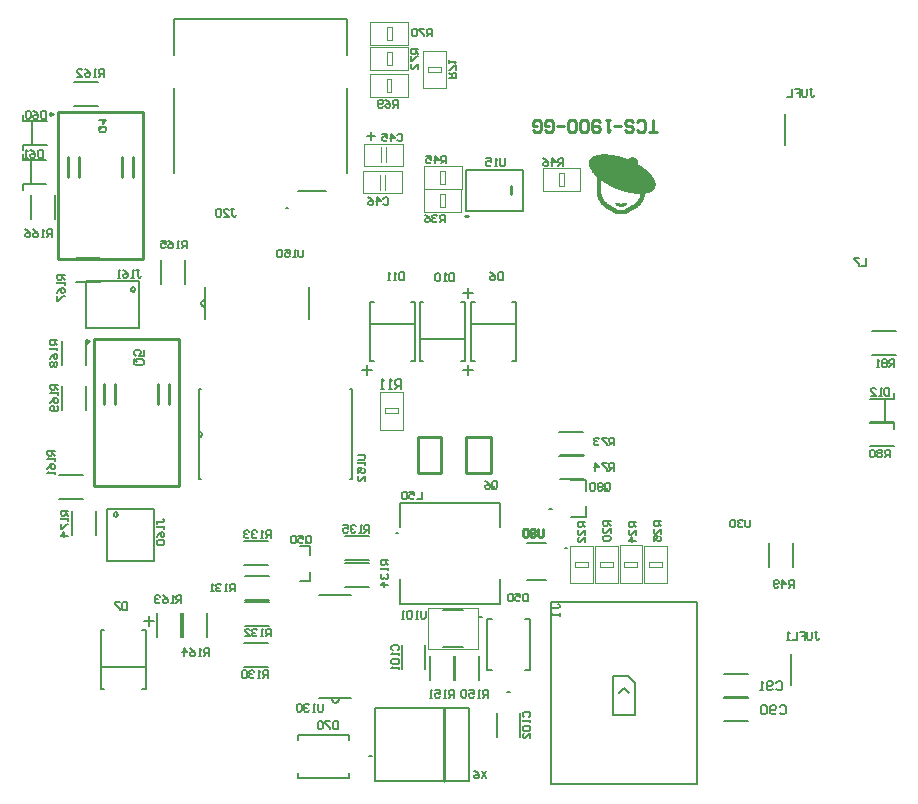
<source format=gbo>
G04 Layer_Color=32896*
%FSLAX25Y25*%
%MOIN*%
G70*
G01*
G75*
%ADD100C,0.00600*%
%ADD102C,0.00787*%
%ADD104C,0.00984*%
%ADD105C,0.01000*%
%ADD106C,0.00500*%
%ADD107C,0.00197*%
%ADD108C,0.00394*%
%ADD109C,0.00591*%
%ADD110C,0.00606*%
%ADD198C,0.00100*%
D100*
X155404Y301064D02*
X156253Y301415D01*
X156604Y302264D01*
X156253Y303112D01*
X155404Y303464D01*
X199686Y213898D02*
X200037Y213049D01*
X200886Y212698D01*
X201734Y213049D01*
X202086Y213898D01*
X157303Y347066D02*
X156455Y346715D01*
X156103Y345866D01*
X156455Y345018D01*
X157303Y344666D01*
X155404Y287264D02*
X156204D01*
X205804Y317264D02*
X206604D01*
Y287264D02*
Y317264D01*
X205804Y287264D02*
X206604D01*
X155404D02*
Y301064D01*
Y303464D01*
Y317264D01*
X156204D01*
X195586Y214198D02*
X199686D01*
X202086D01*
X206186D01*
X195586Y248598D02*
X206186D01*
X157603Y347066D02*
Y351166D01*
Y344666D02*
Y347066D01*
Y340566D02*
Y344666D01*
X192003Y340566D02*
Y351166D01*
X358964Y417263D02*
X359797D01*
X359380D01*
Y415180D01*
X359797Y414764D01*
X360213D01*
X360630Y415180D01*
X358131Y417263D02*
Y415180D01*
X357714Y414764D01*
X356881D01*
X356465Y415180D01*
Y417263D01*
X353965D02*
X355631D01*
Y416013D01*
X354799D01*
X355631D01*
Y414764D01*
X353132Y417263D02*
Y414764D01*
X351466D01*
X360637Y236259D02*
X361470D01*
X361053D01*
Y234176D01*
X361470Y233760D01*
X361887D01*
X362303Y234176D01*
X359804Y236259D02*
Y234176D01*
X359387Y233760D01*
X358554D01*
X358138Y234176D01*
Y236259D01*
X355639D02*
X357305D01*
Y235009D01*
X356472D01*
X357305D01*
Y233760D01*
X354806Y236259D02*
Y233760D01*
X353139D01*
X352306D02*
X351473D01*
X351890D01*
Y236259D01*
X352306Y235842D01*
X290854Y283881D02*
Y285547D01*
X291270Y285964D01*
X292103D01*
X292520Y285547D01*
Y283881D01*
X292103Y283465D01*
X291270D01*
X291687Y284298D02*
X290854Y283465D01*
X291270D02*
X290854Y283881D01*
X290020Y285547D02*
X289604Y285964D01*
X288771D01*
X288354Y285547D01*
Y285131D01*
X288771Y284714D01*
X288354Y284298D01*
Y283881D01*
X288771Y283465D01*
X289604D01*
X290020Y283881D01*
Y284298D01*
X289604Y284714D01*
X290020Y285131D01*
Y285547D01*
X289604Y284714D02*
X288771D01*
X287521Y285547D02*
X287105Y285964D01*
X286272D01*
X285855Y285547D01*
Y283881D01*
X286272Y283465D01*
X287105D01*
X287521Y283881D01*
Y285547D01*
X385531Y317657D02*
Y315158D01*
X384282D01*
X383865Y315574D01*
Y317240D01*
X384282Y317657D01*
X385531D01*
X383032Y315158D02*
X382199D01*
X382616D01*
Y317657D01*
X383032Y317240D01*
X379283Y315158D02*
X380950D01*
X379283Y316824D01*
Y317240D01*
X379700Y317657D01*
X380533D01*
X380950Y317240D01*
X134554Y356928D02*
X135387D01*
X134971D01*
Y354846D01*
X135387Y354429D01*
X135804D01*
X136221Y354846D01*
X133721Y354429D02*
X132888D01*
X133305D01*
Y356928D01*
X133721Y356512D01*
X129973Y356928D02*
X130806Y356512D01*
X131639Y355679D01*
Y354846D01*
X131222Y354429D01*
X130389D01*
X129973Y354846D01*
Y355262D01*
X130389Y355679D01*
X131639D01*
X129139Y354429D02*
X128306D01*
X128723D01*
Y356928D01*
X129139Y356512D01*
X141399Y272448D02*
Y273281D01*
Y272865D01*
X143481D01*
X143898Y273281D01*
Y273698D01*
X143481Y274114D01*
X143898Y271615D02*
Y270782D01*
Y271199D01*
X141399D01*
X141815Y271615D01*
X141399Y267866D02*
X141815Y268699D01*
X142648Y269532D01*
X143481D01*
X143898Y269116D01*
Y268283D01*
X143481Y267866D01*
X143065D01*
X142648Y268283D01*
Y269532D01*
X141815Y267033D02*
X141399Y266617D01*
Y265784D01*
X141815Y265367D01*
X143481D01*
X143898Y265784D01*
Y266617D01*
X143481Y267033D01*
X141815D01*
X240354Y214469D02*
Y216968D01*
X239105D01*
X238688Y216551D01*
Y215718D01*
X239105Y215302D01*
X240354D01*
X239521D02*
X238688Y214469D01*
X237855D02*
X237022D01*
X237439D01*
Y216968D01*
X237855Y216551D01*
X234106Y216968D02*
X235772D01*
Y215718D01*
X234939Y216135D01*
X234523D01*
X234106Y215718D01*
Y214885D01*
X234523Y214469D01*
X235356D01*
X235772Y214885D01*
X233273Y214469D02*
X232440D01*
X232857D01*
Y216968D01*
X233273Y216551D01*
X251673Y214469D02*
Y216968D01*
X250424D01*
X250007Y216551D01*
Y215718D01*
X250424Y215302D01*
X251673D01*
X250840D02*
X250007Y214469D01*
X249174D02*
X248341D01*
X248758D01*
Y216968D01*
X249174Y216551D01*
X245425Y216968D02*
X247091D01*
Y215718D01*
X246258Y216135D01*
X245842D01*
X245425Y215718D01*
Y214885D01*
X245842Y214469D01*
X246675D01*
X247091Y214885D01*
X244592Y216551D02*
X244176Y216968D01*
X243343D01*
X242926Y216551D01*
Y214885D01*
X243343Y214469D01*
X244176D01*
X244592Y214885D01*
Y216551D01*
X265059Y249153D02*
Y246654D01*
X263809D01*
X263393Y247070D01*
Y248736D01*
X263809Y249153D01*
X265059D01*
X260894D02*
X262560D01*
Y247903D01*
X261727Y248320D01*
X261310D01*
X260894Y247903D01*
Y247070D01*
X261310Y246654D01*
X262143D01*
X262560Y247070D01*
X260061Y248736D02*
X259644Y249153D01*
X258811D01*
X258395Y248736D01*
Y247070D01*
X258811Y246654D01*
X259644D01*
X260061Y247070D01*
Y248736D01*
X347802Y219455D02*
X348327Y219979D01*
X349377D01*
X349902Y219455D01*
Y217355D01*
X349377Y216831D01*
X348327D01*
X347802Y217355D01*
X346753D02*
X346228Y216831D01*
X345179D01*
X344654Y217355D01*
Y219455D01*
X345179Y219979D01*
X346228D01*
X346753Y219455D01*
Y218930D01*
X346228Y218405D01*
X344654D01*
X343604Y216831D02*
X342555D01*
X343080D01*
Y219979D01*
X343604Y219455D01*
X348984Y211482D02*
X349508Y212007D01*
X350558D01*
X351083Y211482D01*
Y209383D01*
X350558Y208858D01*
X349508D01*
X348984Y209383D01*
X347934D02*
X347409Y208858D01*
X346360D01*
X345835Y209383D01*
Y211482D01*
X346360Y212007D01*
X347409D01*
X347934Y211482D01*
Y210957D01*
X347409Y210433D01*
X345835D01*
X344785Y211482D02*
X344261Y212007D01*
X343211D01*
X342686Y211482D01*
Y209383D01*
X343211Y208858D01*
X344261D01*
X344785Y209383D01*
Y211482D01*
X251279Y189999D02*
X249613Y187500D01*
Y189999D02*
X251279Y187500D01*
X247114Y189999D02*
X247947Y189583D01*
X248780Y188750D01*
Y187917D01*
X248364Y187500D01*
X247531D01*
X247114Y187917D01*
Y188333D01*
X247531Y188750D01*
X248780D01*
X201673Y206535D02*
Y204035D01*
X200424D01*
X200007Y204452D01*
Y206118D01*
X200424Y206535D01*
X201673D01*
X199174D02*
X197508D01*
Y206118D01*
X199174Y204452D01*
Y204035D01*
X196675Y206118D02*
X196258Y206535D01*
X195425D01*
X195009Y206118D01*
Y204452D01*
X195425Y204035D01*
X196258D01*
X196675Y204452D01*
Y206118D01*
X191050Y266361D02*
Y268027D01*
X191467Y268444D01*
X192300D01*
X192717Y268027D01*
Y266361D01*
X192300Y265945D01*
X191467D01*
X191884Y266778D02*
X191050Y265945D01*
X191467D02*
X191050Y266361D01*
X188551Y268444D02*
X190217D01*
Y267195D01*
X189384Y267611D01*
X188968D01*
X188551Y267195D01*
Y266361D01*
X188968Y265945D01*
X189801D01*
X190217Y266361D01*
X187718Y268027D02*
X187302Y268444D01*
X186469D01*
X186052Y268027D01*
Y266361D01*
X186469Y265945D01*
X187302D01*
X187718Y266361D01*
Y268027D01*
X212205Y269488D02*
Y271987D01*
X210955D01*
X210539Y271571D01*
Y270738D01*
X210955Y270321D01*
X212205D01*
X211372D02*
X210539Y269488D01*
X209705D02*
X208873D01*
X209289D01*
Y271987D01*
X209705Y271571D01*
X207623D02*
X207206Y271987D01*
X206373D01*
X205957Y271571D01*
Y271154D01*
X206373Y270738D01*
X206790D01*
X206373D01*
X205957Y270321D01*
Y269905D01*
X206373Y269488D01*
X207206D01*
X207623Y269905D01*
X203457Y271987D02*
X205124D01*
Y270738D01*
X204291Y271154D01*
X203874D01*
X203457Y270738D01*
Y269905D01*
X203874Y269488D01*
X204707D01*
X205124Y269905D01*
X218504Y260236D02*
X216005D01*
Y258987D01*
X216421Y258570D01*
X217254D01*
X217671Y258987D01*
Y260236D01*
Y259403D02*
X218504Y258570D01*
Y257737D02*
Y256904D01*
Y257320D01*
X216005D01*
X216421Y257737D01*
Y255654D02*
X216005Y255238D01*
Y254405D01*
X216421Y253988D01*
X216838D01*
X217254Y254405D01*
Y254821D01*
Y254405D01*
X217671Y253988D01*
X218087D01*
X218504Y254405D01*
Y255238D01*
X218087Y255654D01*
X218504Y251906D02*
X216005D01*
X217254Y253155D01*
Y251489D01*
X179331Y267717D02*
Y270216D01*
X178081D01*
X177665Y269799D01*
Y268966D01*
X178081Y268550D01*
X179331D01*
X178498D02*
X177665Y267717D01*
X176831D02*
X175998D01*
X176415D01*
Y270216D01*
X176831Y269799D01*
X174749D02*
X174332Y270216D01*
X173499D01*
X173083Y269799D01*
Y269383D01*
X173499Y268966D01*
X173916D01*
X173499D01*
X173083Y268550D01*
Y268133D01*
X173499Y267717D01*
X174332D01*
X174749Y268133D01*
X172250Y269799D02*
X171833Y270216D01*
X171000D01*
X170583Y269799D01*
Y269383D01*
X171000Y268966D01*
X171417D01*
X171000D01*
X170583Y268550D01*
Y268133D01*
X171000Y267717D01*
X171833D01*
X172250Y268133D01*
X179429Y234842D02*
Y237342D01*
X178180D01*
X177763Y236925D01*
Y236092D01*
X178180Y235676D01*
X179429D01*
X178596D02*
X177763Y234842D01*
X176930D02*
X176097D01*
X176513D01*
Y237342D01*
X176930Y236925D01*
X174847D02*
X174431Y237342D01*
X173598D01*
X173181Y236925D01*
Y236509D01*
X173598Y236092D01*
X174014D01*
X173598D01*
X173181Y235676D01*
Y235259D01*
X173598Y234842D01*
X174431D01*
X174847Y235259D01*
X170682Y234842D02*
X172348D01*
X170682Y236509D01*
Y236925D01*
X171098Y237342D01*
X171932D01*
X172348Y236925D01*
X167421Y249902D02*
Y252401D01*
X166172D01*
X165755Y251984D01*
Y251151D01*
X166172Y250735D01*
X167421D01*
X166588D02*
X165755Y249902D01*
X164922D02*
X164089D01*
X164506D01*
Y252401D01*
X164922Y251984D01*
X162839D02*
X162423Y252401D01*
X161590D01*
X161173Y251984D01*
Y251568D01*
X161590Y251151D01*
X162006D01*
X161590D01*
X161173Y250735D01*
Y250318D01*
X161590Y249902D01*
X162423D01*
X162839Y250318D01*
X160340Y249902D02*
X159507D01*
X159924D01*
Y252401D01*
X160340Y251984D01*
X178445Y221063D02*
Y223562D01*
X177195D01*
X176779Y223146D01*
Y222313D01*
X177195Y221896D01*
X178445D01*
X177612D02*
X176779Y221063D01*
X175946D02*
X175113D01*
X175529D01*
Y223562D01*
X175946Y223146D01*
X173863D02*
X173447Y223562D01*
X172613D01*
X172197Y223146D01*
Y222729D01*
X172613Y222313D01*
X173030D01*
X172613D01*
X172197Y221896D01*
Y221480D01*
X172613Y221063D01*
X173447D01*
X173863Y221480D01*
X171364Y223146D02*
X170947Y223562D01*
X170114D01*
X169698Y223146D01*
Y221480D01*
X170114Y221063D01*
X170947D01*
X171364Y221480D01*
Y223146D01*
X166149Y377302D02*
X166982D01*
X166565D01*
Y375220D01*
X166982Y374803D01*
X167398D01*
X167815Y375220D01*
X163650Y374803D02*
X165316D01*
X163650Y376469D01*
Y376886D01*
X164066Y377302D01*
X164899D01*
X165316Y376886D01*
X162817D02*
X162400Y377302D01*
X161567D01*
X161151Y376886D01*
Y375220D01*
X161567Y374803D01*
X162400D01*
X162817Y375220D01*
Y376886D01*
X131496Y246200D02*
Y243701D01*
X130246D01*
X129830Y244117D01*
Y245783D01*
X130246Y246200D01*
X131496D01*
X128997D02*
X127331D01*
Y245783D01*
X128997Y244117D01*
Y243701D01*
X216936Y380823D02*
X217353Y381239D01*
X218186D01*
X218602Y380823D01*
Y379157D01*
X218186Y378740D01*
X217353D01*
X216936Y379157D01*
X214854Y378740D02*
Y381239D01*
X216103Y379990D01*
X214437D01*
X211938Y381239D02*
X212771Y380823D01*
X213604Y379990D01*
Y379157D01*
X213187Y378740D01*
X212354D01*
X211938Y379157D01*
Y379573D01*
X212354Y379990D01*
X213604D01*
X221562Y401984D02*
X221979Y402401D01*
X222812D01*
X223228Y401984D01*
Y400318D01*
X222812Y399902D01*
X221979D01*
X221562Y400318D01*
X219480Y399902D02*
Y402401D01*
X220729Y401151D01*
X219063D01*
X216564Y402401D02*
X218230D01*
Y401151D01*
X217397Y401568D01*
X216980D01*
X216564Y401151D01*
Y400318D01*
X216980Y399902D01*
X217813D01*
X218230Y400318D01*
X309547Y273228D02*
X307048D01*
Y271979D01*
X307465Y271562D01*
X308298D01*
X308714Y271979D01*
Y273228D01*
Y272395D02*
X309547Y271562D01*
Y269063D02*
Y270729D01*
X307881Y269063D01*
X307465D01*
X307048Y269480D01*
Y270313D01*
X307465Y270729D01*
X307048Y266564D02*
Y268230D01*
X308298D01*
X307881Y267397D01*
Y266980D01*
X308298Y266564D01*
X309131D01*
X309547Y266980D01*
Y267813D01*
X309131Y268230D01*
X284154Y272835D02*
X281654D01*
Y271585D01*
X282071Y271168D01*
X282904D01*
X283320Y271585D01*
Y272835D01*
Y272002D02*
X284154Y271168D01*
Y268669D02*
Y270336D01*
X282487Y268669D01*
X282071D01*
X281654Y269086D01*
Y269919D01*
X282071Y270336D01*
X284154Y266170D02*
Y267836D01*
X282487Y266170D01*
X282071D01*
X281654Y266587D01*
Y267420D01*
X282071Y267836D01*
X301181Y272835D02*
X298682D01*
Y271585D01*
X299098Y271168D01*
X299932D01*
X300348Y271585D01*
Y272835D01*
Y272002D02*
X301181Y271168D01*
Y268669D02*
Y270336D01*
X299515Y268669D01*
X299098D01*
X298682Y269086D01*
Y269919D01*
X299098Y270336D01*
X301181Y266587D02*
X298682D01*
X299932Y267836D01*
Y266170D01*
X292618Y273425D02*
X290119D01*
Y272176D01*
X290535Y271759D01*
X291369D01*
X291785Y272176D01*
Y273425D01*
Y272592D02*
X292618Y271759D01*
Y269260D02*
Y270926D01*
X290952Y269260D01*
X290535D01*
X290119Y269676D01*
Y270510D01*
X290535Y270926D01*
Y268427D02*
X290119Y268010D01*
Y267177D01*
X290535Y266761D01*
X292202D01*
X292618Y267177D01*
Y268010D01*
X292202Y268427D01*
X290535D01*
X237303Y372933D02*
Y375432D01*
X236053D01*
X235637Y375016D01*
Y374183D01*
X236053Y373766D01*
X237303D01*
X236470D02*
X235637Y372933D01*
X234804Y375016D02*
X234387Y375432D01*
X233554D01*
X233138Y375016D01*
Y374599D01*
X233554Y374183D01*
X233971D01*
X233554D01*
X233138Y373766D01*
Y373350D01*
X233554Y372933D01*
X234387D01*
X234804Y373350D01*
X230639Y375432D02*
X231472Y375016D01*
X232305Y374183D01*
Y373350D01*
X231888Y372933D01*
X231055D01*
X230639Y373350D01*
Y373766D01*
X231055Y374183D01*
X232305D01*
X237795Y392520D02*
Y395019D01*
X236546D01*
X236129Y394602D01*
Y393769D01*
X236546Y393353D01*
X237795D01*
X236962D02*
X236129Y392520D01*
X234047D02*
Y395019D01*
X235296Y393769D01*
X233630D01*
X231131Y395019D02*
X232797D01*
Y393769D01*
X231964Y394186D01*
X231547D01*
X231131Y393769D01*
Y392936D01*
X231547Y392520D01*
X232380D01*
X232797Y392936D01*
X122464Y404816D02*
X124130D01*
X124546Y404399D01*
Y403566D01*
X124130Y403150D01*
X122464D01*
X122047Y403566D01*
Y404399D01*
X122880Y403983D02*
X122047Y404816D01*
Y404399D02*
X122464Y404816D01*
X122047Y406898D02*
X124546D01*
X123297Y405649D01*
Y407315D01*
X257382Y394232D02*
Y392149D01*
X256965Y391732D01*
X256132D01*
X255716Y392149D01*
Y394232D01*
X254883Y391732D02*
X254050D01*
X254466D01*
Y394232D01*
X254883Y393815D01*
X251134Y394232D02*
X252800D01*
Y392982D01*
X251967Y393398D01*
X251550D01*
X251134Y392982D01*
Y392149D01*
X251550Y391732D01*
X252383D01*
X252800Y392149D01*
X256693Y356239D02*
Y353740D01*
X255443D01*
X255027Y354157D01*
Y355823D01*
X255443Y356239D01*
X256693D01*
X252528D02*
X253361Y355823D01*
X254194Y354990D01*
Y354157D01*
X253777Y353740D01*
X252944D01*
X252528Y354157D01*
Y354573D01*
X252944Y354990D01*
X254194D01*
X253255Y284570D02*
Y286236D01*
X253672Y286653D01*
X254505D01*
X254921Y286236D01*
Y284570D01*
X254505Y284154D01*
X253672D01*
X254088Y284987D02*
X253255Y284154D01*
X253672D02*
X253255Y284570D01*
X250756Y286653D02*
X251589Y286236D01*
X252422Y285403D01*
Y284570D01*
X252006Y284154D01*
X251172D01*
X250756Y284570D01*
Y284987D01*
X251172Y285403D01*
X252422D01*
X240453Y355846D02*
Y353346D01*
X239203D01*
X238787Y353763D01*
Y355429D01*
X239203Y355846D01*
X240453D01*
X237954Y353346D02*
X237121D01*
X237537D01*
Y355846D01*
X237954Y355429D01*
X235871D02*
X235454Y355846D01*
X234621D01*
X234205Y355429D01*
Y353763D01*
X234621Y353346D01*
X235454D01*
X235871Y353763D01*
Y355429D01*
X223721Y356239D02*
Y353740D01*
X222471D01*
X222054Y354157D01*
Y355823D01*
X222471Y356239D01*
X223721D01*
X221221Y353740D02*
X220388D01*
X220805D01*
Y356239D01*
X221221Y355823D01*
X219139Y353740D02*
X218306D01*
X218722D01*
Y356239D01*
X219139Y355823D01*
X219965Y230224D02*
X219548Y230640D01*
Y231473D01*
X219965Y231890D01*
X221631D01*
X222047Y231473D01*
Y230640D01*
X221631Y230224D01*
X222047Y229391D02*
Y228557D01*
Y228974D01*
X219548D01*
X219965Y229391D01*
Y227308D02*
X219548Y226891D01*
Y226058D01*
X219965Y225642D01*
X221631D01*
X222047Y226058D01*
Y226891D01*
X221631Y227308D01*
X219965D01*
X222047Y224809D02*
Y223976D01*
Y224392D01*
X219548D01*
X219965Y224809D01*
X263862Y207979D02*
X263446Y208396D01*
Y209229D01*
X263862Y209646D01*
X265528D01*
X265945Y209229D01*
Y208396D01*
X265528Y207979D01*
X265945Y207147D02*
Y206313D01*
Y206730D01*
X263446D01*
X263862Y207147D01*
Y205064D02*
X263446Y204647D01*
Y203814D01*
X263862Y203398D01*
X265528D01*
X265945Y203814D01*
Y204647D01*
X265528Y205064D01*
X263862D01*
X265945Y200899D02*
Y202565D01*
X264279Y200899D01*
X263862D01*
X263446Y201315D01*
Y202148D01*
X263862Y202565D01*
X104331Y409979D02*
Y407480D01*
X103081D01*
X102665Y407897D01*
Y409563D01*
X103081Y409979D01*
X104331D01*
X100165D02*
X100998Y409563D01*
X101831Y408730D01*
Y407897D01*
X101415Y407480D01*
X100582D01*
X100165Y407897D01*
Y408313D01*
X100582Y408730D01*
X101831D01*
X99332Y409563D02*
X98916Y409979D01*
X98083D01*
X97666Y409563D01*
Y407897D01*
X98083Y407480D01*
X98916D01*
X99332Y407897D01*
Y409563D01*
X103347Y396987D02*
Y394488D01*
X102097D01*
X101680Y394905D01*
Y396571D01*
X102097Y396987D01*
X103347D01*
X99181D02*
X100014Y396571D01*
X100847Y395738D01*
Y394905D01*
X100431Y394488D01*
X99598D01*
X99181Y394905D01*
Y395321D01*
X99598Y395738D01*
X100847D01*
X98348Y394488D02*
X97515D01*
X97932D01*
Y396987D01*
X98348Y396571D01*
X229724Y283109D02*
Y280610D01*
X228058D01*
X225559Y283109D02*
X227225D01*
Y281860D01*
X226392Y282276D01*
X225976D01*
X225559Y281860D01*
Y281027D01*
X225976Y280610D01*
X226809D01*
X227225Y281027D01*
X224726Y282693D02*
X224309Y283109D01*
X223476D01*
X223060Y282693D01*
Y281027D01*
X223476Y280610D01*
X224309D01*
X224726Y281027D01*
Y282693D01*
X339272Y273759D02*
Y271676D01*
X338855Y271260D01*
X338022D01*
X337606Y271676D01*
Y273759D01*
X336772Y273342D02*
X336356Y273759D01*
X335523D01*
X335106Y273342D01*
Y272926D01*
X335523Y272509D01*
X335939D01*
X335523D01*
X335106Y272093D01*
Y271676D01*
X335523Y271260D01*
X336356D01*
X336772Y271676D01*
X334273Y273342D02*
X333857Y273759D01*
X333024D01*
X332607Y273342D01*
Y271676D01*
X333024Y271260D01*
X333857D01*
X334273Y271676D01*
Y273342D01*
X231004Y243247D02*
Y241165D01*
X230587Y240748D01*
X229754D01*
X229338Y241165D01*
Y243247D01*
X228505Y240748D02*
X227672D01*
X228088D01*
Y243247D01*
X228505Y242831D01*
X226422D02*
X226006Y243247D01*
X225172D01*
X224756Y242831D01*
Y241165D01*
X225172Y240748D01*
X226006D01*
X226422Y241165D01*
Y242831D01*
X223923Y240748D02*
X223090D01*
X223506D01*
Y243247D01*
X223923Y242831D01*
X196752Y212243D02*
Y210161D01*
X196335Y209744D01*
X195502D01*
X195086Y210161D01*
Y212243D01*
X194253Y209744D02*
X193420D01*
X193836D01*
Y212243D01*
X194253Y211827D01*
X192170D02*
X191754Y212243D01*
X190920D01*
X190504Y211827D01*
Y211410D01*
X190920Y210994D01*
X191337D01*
X190920D01*
X190504Y210577D01*
Y210161D01*
X190920Y209744D01*
X191754D01*
X192170Y210161D01*
X189671Y211827D02*
X189254Y212243D01*
X188421D01*
X188005Y211827D01*
Y210161D01*
X188421Y209744D01*
X189254D01*
X189671Y210161D01*
Y211827D01*
X190256Y363720D02*
Y361637D01*
X189839Y361221D01*
X189006D01*
X188590Y361637D01*
Y363720D01*
X187757Y361221D02*
X186924D01*
X187340D01*
Y363720D01*
X187757Y363303D01*
X184008Y363720D02*
X185674D01*
Y362470D01*
X184841Y362887D01*
X184424D01*
X184008Y362470D01*
Y361637D01*
X184424Y361221D01*
X185257D01*
X185674Y361637D01*
X183175Y363303D02*
X182758Y363720D01*
X181925D01*
X181509Y363303D01*
Y361637D01*
X181925Y361221D01*
X182758D01*
X183175Y361637D01*
Y363303D01*
X208426Y295472D02*
X210509D01*
X210925Y295056D01*
Y294223D01*
X210509Y293806D01*
X208426D01*
X210925Y292973D02*
Y292140D01*
Y292557D01*
X208426D01*
X208842Y292973D01*
X208426Y289225D02*
Y290891D01*
X209676D01*
X209259Y290057D01*
Y289641D01*
X209676Y289225D01*
X210509D01*
X210925Y289641D01*
Y290474D01*
X210509Y290891D01*
X210925Y286725D02*
Y288391D01*
X209259Y286725D01*
X208842D01*
X208426Y287142D01*
Y287975D01*
X208842Y288391D01*
X377854Y360964D02*
Y358465D01*
X376188D01*
X375355Y360964D02*
X373689D01*
Y360547D01*
X375355Y358881D01*
Y358465D01*
X353642Y251083D02*
Y253582D01*
X352392D01*
X351976Y253165D01*
Y252332D01*
X352392Y251916D01*
X353642D01*
X352809D02*
X351976Y251083D01*
X349893D02*
Y253582D01*
X351143Y252332D01*
X349476D01*
X348643Y251499D02*
X348227Y251083D01*
X347394D01*
X346977Y251499D01*
Y253165D01*
X347394Y253582D01*
X348227D01*
X348643Y253165D01*
Y252749D01*
X348227Y252332D01*
X346977D01*
X293799Y298622D02*
Y301121D01*
X292550D01*
X292133Y300705D01*
Y299872D01*
X292550Y299455D01*
X293799D01*
X292966D02*
X292133Y298622D01*
X291300Y301121D02*
X289634D01*
Y300705D01*
X291300Y299039D01*
Y298622D01*
X288801Y300705D02*
X288384Y301121D01*
X287551D01*
X287135Y300705D01*
Y300288D01*
X287551Y299872D01*
X287968D01*
X287551D01*
X287135Y299455D01*
Y299039D01*
X287551Y298622D01*
X288384D01*
X288801Y299039D01*
X293799Y290158D02*
Y292657D01*
X292550D01*
X292133Y292240D01*
Y291407D01*
X292550Y290990D01*
X293799D01*
X292966D02*
X292133Y290158D01*
X291300Y292657D02*
X289634D01*
Y292240D01*
X291300Y290574D01*
Y290158D01*
X287551D02*
Y292657D01*
X288801Y291407D01*
X287135D01*
X385630Y294587D02*
Y297086D01*
X384380D01*
X383964Y296669D01*
Y295836D01*
X384380Y295420D01*
X385630D01*
X384797D02*
X383964Y294587D01*
X383131Y296669D02*
X382714Y297086D01*
X381881D01*
X381465Y296669D01*
Y296253D01*
X381881Y295836D01*
X381465Y295420D01*
Y295003D01*
X381881Y294587D01*
X382714D01*
X383131Y295003D01*
Y295420D01*
X382714Y295836D01*
X383131Y296253D01*
Y296669D01*
X382714Y295836D02*
X381881D01*
X380631Y296669D02*
X380215Y297086D01*
X379382D01*
X378965Y296669D01*
Y295003D01*
X379382Y294587D01*
X380215D01*
X380631Y295003D01*
Y296669D01*
X387205Y324705D02*
Y327204D01*
X385955D01*
X385539Y326787D01*
Y325954D01*
X385955Y325538D01*
X387205D01*
X386372D02*
X385539Y324705D01*
X384705Y326787D02*
X384289Y327204D01*
X383456D01*
X383039Y326787D01*
Y326371D01*
X383456Y325954D01*
X383039Y325538D01*
Y325121D01*
X383456Y324705D01*
X384289D01*
X384705Y325121D01*
Y325538D01*
X384289Y325954D01*
X384705Y326371D01*
Y326787D01*
X384289Y325954D02*
X383456D01*
X382206Y324705D02*
X381373D01*
X381790D01*
Y327204D01*
X382206Y326787D01*
X107382Y296752D02*
X104883D01*
Y295502D01*
X105299Y295086D01*
X106132D01*
X106549Y295502D01*
Y296752D01*
Y295919D02*
X107382Y295086D01*
Y294253D02*
Y293420D01*
Y293836D01*
X104883D01*
X105299Y294253D01*
X104883Y290504D02*
X105299Y291337D01*
X106132Y292170D01*
X106965D01*
X107382Y291754D01*
Y290920D01*
X106965Y290504D01*
X106549D01*
X106132Y290920D01*
Y292170D01*
X107382Y289671D02*
Y288838D01*
Y289254D01*
X104883D01*
X105299Y289671D01*
X123622Y421457D02*
Y423956D01*
X122372D01*
X121956Y423539D01*
Y422706D01*
X122372Y422290D01*
X123622D01*
X122789D02*
X121956Y421457D01*
X121123D02*
X120290D01*
X120706D01*
Y423956D01*
X121123Y423539D01*
X117374Y423956D02*
X118207Y423539D01*
X119040Y422706D01*
Y421873D01*
X118624Y421457D01*
X117791D01*
X117374Y421873D01*
Y422290D01*
X117791Y422706D01*
X119040D01*
X114875Y421457D02*
X116541D01*
X114875Y423123D01*
Y423539D01*
X115291Y423956D01*
X116124D01*
X116541Y423539D01*
X149606Y246063D02*
Y248562D01*
X148357D01*
X147940Y248146D01*
Y247313D01*
X148357Y246896D01*
X149606D01*
X148773D02*
X147940Y246063D01*
X147107D02*
X146274D01*
X146691D01*
Y248562D01*
X147107Y248146D01*
X143358Y248562D02*
X144191Y248146D01*
X145025Y247313D01*
Y246480D01*
X144608Y246063D01*
X143775D01*
X143358Y246480D01*
Y246896D01*
X143775Y247313D01*
X145025D01*
X142525Y248146D02*
X142109Y248562D01*
X141276D01*
X140859Y248146D01*
Y247729D01*
X141276Y247313D01*
X141692D01*
X141276D01*
X140859Y246896D01*
Y246480D01*
X141276Y246063D01*
X142109D01*
X142525Y246480D01*
X158661Y228346D02*
Y230846D01*
X157412D01*
X156995Y230429D01*
Y229596D01*
X157412Y229180D01*
X158661D01*
X157828D02*
X156995Y228346D01*
X156162D02*
X155329D01*
X155746D01*
Y230846D01*
X156162Y230429D01*
X152413Y230846D02*
X153246Y230429D01*
X154080Y229596D01*
Y228763D01*
X153663Y228346D01*
X152830D01*
X152413Y228763D01*
Y229180D01*
X152830Y229596D01*
X154080D01*
X150331Y228346D02*
Y230846D01*
X151580Y229596D01*
X149914D01*
X151378Y364272D02*
Y366771D01*
X150128D01*
X149712Y366354D01*
Y365521D01*
X150128Y365105D01*
X151378D01*
X150545D02*
X149712Y364272D01*
X148879D02*
X148046D01*
X148462D01*
Y366771D01*
X148879Y366354D01*
X145130Y366771D02*
X145963Y366354D01*
X146796Y365521D01*
Y364688D01*
X146380Y364272D01*
X145546D01*
X145130Y364688D01*
Y365105D01*
X145546Y365521D01*
X146796D01*
X142631Y366771D02*
X144297D01*
Y365521D01*
X143464Y365938D01*
X143047D01*
X142631Y365521D01*
Y364688D01*
X143047Y364272D01*
X143880D01*
X144297Y364688D01*
X106299Y368012D02*
Y370511D01*
X105050D01*
X104633Y370094D01*
Y369261D01*
X105050Y368845D01*
X106299D01*
X105466D02*
X104633Y368012D01*
X103800D02*
X102967D01*
X103384D01*
Y370511D01*
X103800Y370094D01*
X100051Y370511D02*
X100884Y370094D01*
X101717Y369261D01*
Y368428D01*
X101301Y368012D01*
X100468D01*
X100051Y368428D01*
Y368845D01*
X100468Y369261D01*
X101717D01*
X97552Y370511D02*
X98385Y370094D01*
X99218Y369261D01*
Y368428D01*
X98802Y368012D01*
X97969D01*
X97552Y368428D01*
Y368845D01*
X97969Y369261D01*
X99218D01*
X110630Y355413D02*
X108131D01*
Y354164D01*
X108547Y353747D01*
X109380D01*
X109797Y354164D01*
Y355413D01*
Y354580D02*
X110630Y353747D01*
Y352914D02*
Y352081D01*
Y352498D01*
X108131D01*
X108547Y352914D01*
X108131Y349165D02*
X108547Y349998D01*
X109380Y350832D01*
X110213D01*
X110630Y350415D01*
Y349582D01*
X110213Y349165D01*
X109797D01*
X109380Y349582D01*
Y350832D01*
X108131Y348332D02*
Y346666D01*
X108547D01*
X110213Y348332D01*
X110630D01*
X108268Y333563D02*
X105769D01*
Y332313D01*
X106185Y331897D01*
X107018D01*
X107435Y332313D01*
Y333563D01*
Y332730D02*
X108268Y331897D01*
Y331064D02*
Y330231D01*
Y330647D01*
X105769D01*
X106185Y331064D01*
X105769Y327315D02*
X106185Y328148D01*
X107018Y328981D01*
X107851D01*
X108268Y328565D01*
Y327731D01*
X107851Y327315D01*
X107435D01*
X107018Y327731D01*
Y328981D01*
X106185Y326482D02*
X105769Y326065D01*
Y325232D01*
X106185Y324816D01*
X106602D01*
X107018Y325232D01*
X107435Y324816D01*
X107851D01*
X108268Y325232D01*
Y326065D01*
X107851Y326482D01*
X107435D01*
X107018Y326065D01*
X106602Y326482D01*
X106185D01*
X107018Y326065D02*
Y325232D01*
X108366Y318799D02*
X105867D01*
Y317550D01*
X106283Y317133D01*
X107116D01*
X107533Y317550D01*
Y318799D01*
Y317966D02*
X108366Y317133D01*
Y316300D02*
Y315467D01*
Y315883D01*
X105867D01*
X106283Y316300D01*
X105867Y312551D02*
X106283Y313384D01*
X107116Y314217D01*
X107950D01*
X108366Y313801D01*
Y312968D01*
X107950Y312551D01*
X107533D01*
X107116Y312968D01*
Y314217D01*
X107950Y311718D02*
X108366Y311302D01*
Y310469D01*
X107950Y310052D01*
X106283D01*
X105867Y310469D01*
Y311302D01*
X106283Y311718D01*
X106700D01*
X107116Y311302D01*
Y310052D01*
X111811Y276772D02*
X109312D01*
Y275522D01*
X109728Y275106D01*
X110561D01*
X110978Y275522D01*
Y276772D01*
Y275939D02*
X111811Y275106D01*
Y274272D02*
Y273439D01*
Y273856D01*
X109312D01*
X109728Y274272D01*
X109312Y272190D02*
Y270524D01*
X109728D01*
X111395Y272190D01*
X111811D01*
Y268441D02*
X109312D01*
X110561Y269691D01*
Y268024D01*
X276870Y391732D02*
Y394232D01*
X275621D01*
X275204Y393815D01*
Y392982D01*
X275621Y392565D01*
X276870D01*
X276037D02*
X275204Y391732D01*
X273121D02*
Y394232D01*
X274371Y392982D01*
X272705D01*
X270206Y394232D02*
X271039Y393815D01*
X271872Y392982D01*
Y392149D01*
X271455Y391732D01*
X270622D01*
X270206Y392149D01*
Y392565D01*
X270622Y392982D01*
X271872D01*
X221738Y411152D02*
Y413651D01*
X220488D01*
X220072Y413235D01*
Y412402D01*
X220488Y411985D01*
X221738D01*
X220905D02*
X220072Y411152D01*
X217572Y413651D02*
X218406Y413235D01*
X219239Y412402D01*
Y411568D01*
X218822Y411152D01*
X217989D01*
X217572Y411568D01*
Y411985D01*
X217989Y412402D01*
X219239D01*
X216739Y411568D02*
X216323Y411152D01*
X215490D01*
X215073Y411568D01*
Y413235D01*
X215490Y413651D01*
X216323D01*
X216739Y413235D01*
Y412818D01*
X216323Y412402D01*
X215073D01*
X233057Y434872D02*
Y437372D01*
X231807D01*
X231391Y436955D01*
Y436122D01*
X231807Y435706D01*
X233057D01*
X232224D02*
X231391Y434872D01*
X230557Y437372D02*
X228891D01*
Y436955D01*
X230557Y435289D01*
Y434872D01*
X228058Y436955D02*
X227642Y437372D01*
X226809D01*
X226392Y436955D01*
Y435289D01*
X226809Y434872D01*
X227642D01*
X228058Y435289D01*
Y436955D01*
X238779Y421063D02*
X241279D01*
Y422313D01*
X240862Y422729D01*
X240029D01*
X239613Y422313D01*
Y421063D01*
Y421896D02*
X238779Y422729D01*
X241279Y423562D02*
Y425228D01*
X240862D01*
X239196Y423562D01*
X238779D01*
Y426061D02*
Y426894D01*
Y426478D01*
X241279D01*
X240862Y426061D01*
X228612Y430694D02*
X226113D01*
Y429445D01*
X226529Y429028D01*
X227362D01*
X227779Y429445D01*
Y430694D01*
Y429861D02*
X228612Y429028D01*
X226113Y428195D02*
Y426529D01*
X226529D01*
X228195Y428195D01*
X228612D01*
Y424030D02*
Y425696D01*
X226946Y424030D01*
X226529D01*
X226113Y424446D01*
Y425280D01*
X226529Y425696D01*
D102*
X259055Y216437D02*
X258268D01*
X259055D01*
X249626Y241339D02*
X248839D01*
X249626D01*
X221850Y269390D02*
X221063D01*
X221850D01*
X272992Y277165D02*
X272205D01*
X272992D01*
X212992Y194882D02*
X212205D01*
X212992D01*
X185236Y377559D02*
X184449D01*
X185236D01*
X278248Y264272D02*
X277461D01*
X278248D01*
X246161Y339075D02*
X261122D01*
X246161Y346358D02*
X247342D01*
X259941D02*
X261122D01*
X259941Y326673D02*
X261122D01*
X246161D02*
X247342D01*
X246161D02*
Y346358D01*
X261122Y326673D02*
Y346358D01*
X229035Y333957D02*
X243996D01*
X242815Y326673D02*
X243996D01*
X229035D02*
X230217D01*
X229035Y346358D02*
X230217D01*
X242815D02*
X243996D01*
Y326673D02*
Y346358D01*
X229035Y326673D02*
Y346358D01*
X212500Y339075D02*
X227461D01*
X212500Y346358D02*
X213681D01*
X226279D02*
X227461D01*
X226279Y326673D02*
X227461D01*
X212500D02*
X213681D01*
X212500D02*
Y346358D01*
X227461Y326673D02*
Y346358D01*
X122736Y224508D02*
X137697D01*
X136516Y217224D02*
X137697D01*
X122736D02*
X123917D01*
X122736Y236910D02*
X123917D01*
X136516D02*
X137697D01*
Y217224D02*
Y236910D01*
X122736Y217224D02*
Y236910D01*
X245571Y186614D02*
Y211024D01*
X214173D02*
X245571D01*
X214173Y186614D02*
X245571D01*
X214173D02*
Y211024D01*
X212865Y400254D02*
Y402953D01*
X211516Y401603D02*
X214215D01*
X243378Y323608D02*
X246752D01*
X245065Y325295D02*
Y321921D01*
X246779Y349423D02*
X243406D01*
X245093Y347736D02*
Y351110D01*
X209717Y323608D02*
X213091D01*
X211404Y325295D02*
Y321921D01*
X140480Y239974D02*
X137106D01*
X138793Y238287D02*
Y241661D01*
D104*
X244980Y375098D02*
X244193D01*
X244980D01*
D105*
X118640Y333268D02*
X117845Y333727D01*
Y332809D01*
X118640Y333268D01*
X106632Y408957D02*
X105837Y409416D01*
Y408498D01*
X106632Y408957D01*
X148721Y285039D02*
Y333858D01*
X120374Y285039D02*
X148425D01*
X120374Y333858D02*
X148721D01*
X120374Y285138D02*
Y333858D01*
X123721Y312205D02*
Y318898D01*
X127362Y312205D02*
Y318898D01*
X145374Y312205D02*
Y318898D01*
X141732Y312205D02*
Y318898D01*
X136713Y360728D02*
Y409547D01*
X108366Y360728D02*
X136417D01*
X108366Y409547D02*
X136713D01*
X108366Y360827D02*
Y409547D01*
X111713Y387894D02*
Y394587D01*
X115354Y387894D02*
Y394587D01*
X133366Y387894D02*
Y394587D01*
X129724Y387894D02*
Y394587D01*
X259547Y382283D02*
Y384842D01*
X228346Y289370D02*
Y301476D01*
X236221D01*
Y289370D02*
Y301476D01*
X244291Y289370D02*
X252658D01*
X244291Y301476D02*
X252756D01*
X244291Y289370D02*
Y301476D01*
X252756Y289370D02*
Y301476D01*
X228346Y289370D02*
X236221D01*
X237008Y186713D02*
Y210925D01*
X270079Y270609D02*
Y268527D01*
X269662Y268110D01*
X268829D01*
X268413Y268527D01*
Y270609D01*
X267580Y270193D02*
X267163Y270609D01*
X266330D01*
X265913Y270193D01*
Y269776D01*
X266330Y269360D01*
X265913Y268943D01*
Y268527D01*
X266330Y268110D01*
X267163D01*
X267580Y268527D01*
Y268943D01*
X267163Y269360D01*
X267580Y269776D01*
Y270193D01*
X267163Y269360D02*
X266330D01*
X265080Y270193D02*
X264664Y270609D01*
X263831D01*
X263414Y270193D01*
Y268527D01*
X263831Y268110D01*
X264664D01*
X265080Y268527D01*
Y270193D01*
X308071Y403052D02*
X305447D01*
X306759D01*
Y406988D01*
X301511Y403708D02*
X302167Y403052D01*
X303479D01*
X304135Y403708D01*
Y406332D01*
X303479Y406988D01*
X302167D01*
X301511Y406332D01*
X297576Y403708D02*
X298232Y403052D01*
X299543D01*
X300199Y403708D01*
Y404364D01*
X299543Y405020D01*
X298232D01*
X297576Y405676D01*
Y406332D01*
X298232Y406988D01*
X299543D01*
X300199Y406332D01*
X296264Y405020D02*
X293640D01*
X292328Y406988D02*
X291016D01*
X291672D01*
Y403052D01*
X292328Y403708D01*
X289048Y406332D02*
X288392Y406988D01*
X287080D01*
X286424Y406332D01*
Y403708D01*
X287080Y403052D01*
X288392D01*
X289048Y403708D01*
Y404364D01*
X288392Y405020D01*
X286424D01*
X285112Y403708D02*
X284456Y403052D01*
X283144D01*
X282489Y403708D01*
Y406332D01*
X283144Y406988D01*
X284456D01*
X285112Y406332D01*
Y403708D01*
X281177D02*
X280521Y403052D01*
X279209D01*
X278553Y403708D01*
Y406332D01*
X279209Y406988D01*
X280521D01*
X281177Y406332D01*
Y403708D01*
X277241Y405020D02*
X274617D01*
X270681Y403708D02*
X271337Y403052D01*
X272649D01*
X273305Y403708D01*
Y406332D01*
X272649Y406988D01*
X271337D01*
X270681Y406332D01*
Y405020D01*
X271993D01*
X266746Y403708D02*
X267402Y403052D01*
X268713D01*
X269369Y403708D01*
Y406332D01*
X268713Y406988D01*
X267402D01*
X266746Y406332D01*
Y405020D01*
X268057D01*
D106*
X134178Y350492D02*
X133617Y351264D01*
X132710Y350969D01*
Y350015D01*
X133617Y349720D01*
X134178Y350492D01*
X128469Y275394D02*
X127908Y276166D01*
X127001Y275871D01*
Y274917D01*
X127908Y274622D01*
X128469Y275394D01*
X352854Y218799D02*
Y229035D01*
X379661Y328677D02*
X387661D01*
X379661Y336677D02*
X387661D01*
X378972Y298165D02*
X386972D01*
X378972Y306165D02*
X386972D01*
X384154Y306004D02*
Y313878D01*
X379232D02*
X387106D01*
X379232Y306004D02*
X387106D01*
Y304035D02*
Y306004D01*
Y313878D02*
Y315846D01*
X275626Y295339D02*
X283626D01*
X275626Y287339D02*
X283626D01*
X275528Y303016D02*
X283528D01*
X275528Y295016D02*
X283528D01*
X345508Y258106D02*
Y266106D01*
X353508Y258106D02*
Y266106D01*
X96752Y396850D02*
Y398819D01*
Y406693D02*
Y408661D01*
Y406693D02*
X104626D01*
X96752Y398819D02*
X104626D01*
X99705D02*
Y406693D01*
X121126Y268638D02*
Y276638D01*
X113126Y268638D02*
Y276638D01*
X117780Y325331D02*
Y333331D01*
X109780Y325331D02*
Y333331D01*
Y310370D02*
Y318370D01*
X117780Y310370D02*
Y318370D01*
X108894Y280547D02*
X116894D01*
X108894Y288547D02*
X116894D01*
X150232Y234583D02*
Y242583D01*
X158232Y234583D02*
Y242583D01*
X113716Y419650D02*
X121716D01*
X113716Y411650D02*
X121716D01*
X141571Y234583D02*
Y242583D01*
X149571Y234583D02*
Y242583D01*
X99543Y373953D02*
Y381953D01*
X107543Y373953D02*
Y381953D01*
X96653Y383760D02*
Y385728D01*
Y393602D02*
Y395571D01*
Y393602D02*
X104528D01*
X96653Y385728D02*
X104528D01*
X99606D02*
Y393602D01*
X114602Y360988D02*
X122602D01*
X114602Y352988D02*
X122602D01*
X150850Y352299D02*
Y360299D01*
X142850Y352299D02*
Y360299D01*
X117815Y353248D02*
X135335D01*
Y337697D02*
Y353248D01*
X117815Y337697D02*
X135335D01*
X117815D02*
Y353248D01*
X124902Y259842D02*
Y277362D01*
X140453D01*
Y259842D02*
Y277362D01*
X124902Y259842D02*
X140453D01*
X264094Y223671D02*
X265797D01*
X251526D02*
X253228D01*
X264094Y240699D02*
X265797D01*
X251526D02*
X253228D01*
X251526Y223671D02*
Y240699D01*
X265797Y223671D02*
Y240699D01*
X223218Y223854D02*
Y231854D01*
X230718Y223854D02*
Y231854D01*
X236811Y231437D02*
X243504D01*
X236811Y243760D02*
X243504D01*
X222441Y245768D02*
Y254035D01*
Y245768D02*
X255906D01*
Y254035D01*
X222441Y271358D02*
Y279232D01*
X255906D01*
Y271358D02*
Y279232D01*
X189059Y253403D02*
X192559D01*
Y256403D01*
Y261904D02*
Y264903D01*
X189059D02*
X192559D01*
X170409Y266697D02*
X178409D01*
X170409Y258697D02*
X178409D01*
X203972Y268370D02*
X211972D01*
X203972Y260370D02*
X211972D01*
X203972Y259413D02*
X211972D01*
X203972Y251413D02*
X211972D01*
X170409Y232740D02*
X178409D01*
X170409Y224740D02*
X178409D01*
X170803Y238323D02*
X178803D01*
X170803Y246323D02*
X178803D01*
X297126Y217717D02*
X298701Y216142D01*
X295551D02*
X297126Y217717D01*
X293583Y221654D02*
X298307D01*
X300669Y219291D01*
Y208661D02*
Y219291D01*
X293583Y208661D02*
X300669D01*
X293583D02*
Y221654D01*
X272835Y185630D02*
Y246457D01*
Y185630D02*
X321535D01*
Y246457D01*
X272835D02*
X321535D01*
X248882Y220311D02*
Y228311D01*
X240882Y220311D02*
Y228311D01*
X232516Y220311D02*
Y228311D01*
X240516Y220311D02*
Y228311D01*
X330350Y214754D02*
X338350D01*
X330350Y222254D02*
X338350D01*
X330449Y206683D02*
X338449D01*
X330449Y214183D02*
X338449D01*
X350689Y398819D02*
Y409055D01*
X279331Y274748D02*
X284449D01*
X279331Y287063D02*
X284449D01*
Y283323D02*
Y287063D01*
Y274748D02*
Y278488D01*
X262313Y201315D02*
Y209315D01*
X254813Y201315D02*
Y209315D01*
X170803Y246984D02*
X178803D01*
X170803Y254984D02*
X178803D01*
X188337Y202018D02*
X205364D01*
X188337Y187746D02*
X205364D01*
X188337D02*
Y189449D01*
Y200315D02*
Y202018D01*
X205364Y187746D02*
Y189449D01*
Y200315D02*
Y202018D01*
X188386Y383465D02*
X197638D01*
X147047Y440551D02*
X204921D01*
X147047Y428819D02*
Y440551D01*
Y389449D02*
Y417638D01*
X204921Y428819D02*
Y440551D01*
Y389449D02*
Y417638D01*
X264862Y266083D02*
X271161D01*
X264862Y253799D02*
X271161D01*
D107*
X231870Y230709D02*
X248445D01*
X231870D02*
Y244488D01*
X248445D01*
Y230709D02*
Y244488D01*
D108*
X223130Y382579D02*
Y390059D01*
X210138Y382579D02*
X223130D01*
X210138Y390059D02*
X223130D01*
X210138Y382579D02*
Y390059D01*
X217334Y383819D02*
Y388819D01*
X215934Y383819D02*
Y388819D01*
X210433Y391634D02*
Y399114D01*
X223425D01*
X210433Y391634D02*
X223425D01*
Y399114D01*
X216229Y392874D02*
Y397874D01*
X217629Y392874D02*
Y397874D01*
X287500Y265158D02*
X294980D01*
Y252559D02*
Y264961D01*
X287500Y252559D02*
Y264961D01*
Y252559D02*
X294980D01*
X289040Y259658D02*
X293440D01*
X289040Y258058D02*
Y259658D01*
Y258058D02*
X293440D01*
Y259658D01*
X303839Y265158D02*
X311319D01*
Y252559D02*
Y264961D01*
X303839Y252559D02*
Y264961D01*
Y252559D02*
X311319D01*
X305379Y259658D02*
X309779D01*
X305379Y258058D02*
Y259658D01*
Y258058D02*
X309779D01*
Y259658D01*
X279134Y265158D02*
X286614D01*
Y252559D02*
Y264961D01*
X279134Y252559D02*
Y264961D01*
Y252559D02*
X286614D01*
X280674Y259658D02*
X285074D01*
X280674Y258058D02*
Y259658D01*
Y258058D02*
X285074D01*
Y259658D01*
X295669Y252658D02*
X303150D01*
X295669Y252854D02*
Y265256D01*
X303150Y252854D02*
Y265256D01*
X295669D02*
X303150D01*
X297210Y258157D02*
X301609D01*
Y259757D01*
X297210D02*
X301609D01*
X297210Y258157D02*
Y259757D01*
X242913Y376378D02*
Y383858D01*
X230315Y376378D02*
X242717D01*
X230315Y383858D02*
X242717D01*
X230315Y376378D02*
Y383858D01*
X237414Y377918D02*
Y382318D01*
X235814D02*
X237414D01*
X235814Y377918D02*
Y382318D01*
Y377918D02*
X237414D01*
X243012Y384055D02*
Y391535D01*
X230413Y384055D02*
X242815D01*
X230413Y391535D02*
X242815D01*
X230413Y384055D02*
Y391535D01*
X237513Y385595D02*
Y389995D01*
X235913D02*
X237513D01*
X235913Y385595D02*
Y389995D01*
Y385595D02*
X237513D01*
X215945Y316339D02*
X223425D01*
Y303740D02*
Y316142D01*
X215945Y303740D02*
Y316142D01*
Y303740D02*
X223425D01*
X217485Y310839D02*
X221885D01*
X217485Y309239D02*
Y310839D01*
Y309239D02*
X221885D01*
Y310839D01*
X231757Y423019D02*
Y424619D01*
X236157D01*
Y423019D02*
Y424619D01*
X231757Y423019D02*
X236157D01*
X230217Y430118D02*
X237697D01*
Y417717D02*
Y430118D01*
X230217Y417717D02*
Y430118D01*
Y417520D02*
X237697D01*
X218098Y438027D02*
X219698D01*
Y433627D02*
Y438027D01*
X218098Y433627D02*
X219698D01*
X218098D02*
Y438027D01*
X225197Y432087D02*
Y439567D01*
X212795Y432087D02*
X225197D01*
X212795Y439567D02*
X225197D01*
X212598Y432087D02*
Y439567D01*
X218098Y429661D02*
X219698D01*
Y425261D02*
Y429661D01*
X218098Y425261D02*
X219698D01*
X218098D02*
Y429661D01*
X225197Y423721D02*
Y431201D01*
X212795Y423721D02*
X225197D01*
X212795Y431201D02*
X225197D01*
X212598Y423721D02*
Y431201D01*
X217999Y420704D02*
X219599D01*
Y416304D02*
Y420704D01*
X217999Y416304D02*
X219599D01*
X217999D02*
Y420704D01*
X225098Y414764D02*
Y422244D01*
X212697Y414764D02*
X225098D01*
X212697Y422244D02*
X225098D01*
X212500Y414764D02*
Y422244D01*
X275480Y384906D02*
X277080D01*
X275480D02*
Y389306D01*
X277080D01*
Y384906D02*
Y389306D01*
X269980Y383366D02*
Y390846D01*
X282382D01*
X269980Y383366D02*
X282382D01*
X282579D02*
Y390846D01*
D109*
X244587Y390453D02*
X263287D01*
Y376673D02*
Y390453D01*
X244587Y376673D02*
X263287D01*
X244587D02*
Y390453D01*
D110*
X272638Y243701D02*
Y244750D01*
Y244226D01*
X275262D01*
X275787Y244750D01*
Y245275D01*
X275262Y245800D01*
X275787Y242651D02*
Y241602D01*
Y242126D01*
X272638D01*
X273163Y242651D01*
X134383Y327296D02*
X136482D01*
X137007Y326771D01*
Y325722D01*
X136482Y325197D01*
X134383D01*
X133858Y325722D01*
Y326771D01*
X134908Y326246D02*
X133858Y327296D01*
Y326771D02*
X134383Y327296D01*
X137007Y330445D02*
Y328345D01*
X135433D01*
X135957Y329395D01*
Y329920D01*
X135433Y330445D01*
X134383D01*
X133858Y329920D01*
Y328870D01*
X134383Y328345D01*
X222899Y317422D02*
Y320570D01*
X221325D01*
X220800Y320046D01*
Y318996D01*
X221325Y318471D01*
X222899D01*
X221850D02*
X220800Y317422D01*
X219751D02*
X218701D01*
X219226D01*
Y320570D01*
X219751Y320046D01*
X217127Y317422D02*
X216077D01*
X216602D01*
Y320570D01*
X217127Y320046D01*
D198*
X301496Y379934D02*
X302896D01*
X301396Y379834D02*
X302896D01*
X301296Y379734D02*
X302796D01*
X301196Y379634D02*
X302696D01*
X301096Y379534D02*
X302596D01*
X300996Y379434D02*
X302496D01*
X300796Y379334D02*
X302496D01*
X300696Y379234D02*
X302396D01*
X300696Y379134D02*
X302296D01*
X300496Y379034D02*
X302296D01*
X300296Y378934D02*
X302196D01*
X300296Y378834D02*
X302096D01*
X300196Y378734D02*
X301996D01*
X299796Y378634D02*
X301896D01*
X299596Y378534D02*
X301696D01*
X299496Y378434D02*
X301596D01*
X299396Y378334D02*
X301496D01*
X299196Y378234D02*
X301296D01*
X299096Y378134D02*
X301296D01*
X297596Y379434D02*
X297696D01*
X297096Y379334D02*
X297796D01*
X296596Y379234D02*
X297696D01*
X295096Y378534D02*
X296896D01*
X295396Y378434D02*
X296696D01*
X295596Y378334D02*
X296396D01*
X298896Y378034D02*
X301196D01*
X298596Y377934D02*
X300996D01*
X298596Y377834D02*
X300796D01*
X298196Y377734D02*
X300796D01*
X298096Y377634D02*
X300396D01*
X297896Y377534D02*
X300296D01*
X297696Y377434D02*
X300096D01*
X297596Y377334D02*
X299896D01*
X297396Y377234D02*
X299796D01*
X297096Y377134D02*
X299596D01*
X296796Y377034D02*
X299496D01*
X296196Y376934D02*
X299396D01*
X299596Y394534D02*
X300096D01*
X299296Y394434D02*
X300496D01*
X300196Y394034D02*
X301096D01*
X300196Y393934D02*
X301196D01*
X300196Y393834D02*
X301196D01*
X300196Y393734D02*
X301296D01*
X300196Y393634D02*
X301296D01*
X300196Y393534D02*
X301296D01*
X300196Y393434D02*
X301296D01*
X300196Y393334D02*
X301296D01*
X298996Y394334D02*
X300796D01*
X298796Y394234D02*
X300896D01*
X298696Y394134D02*
X300996D01*
X298696Y394034D02*
X300096D01*
X298596Y393934D02*
X300096D01*
X298596Y393834D02*
X300096D01*
X294196Y379434D02*
X294396D01*
X294096Y379334D02*
X294796D01*
X291096Y377834D02*
X293396D01*
X291196Y377734D02*
X293796D01*
X291596Y377634D02*
X293896D01*
X291696Y377534D02*
X293996D01*
X291896Y377434D02*
X294196D01*
X291996Y377334D02*
X294296D01*
X292096Y377234D02*
X294596D01*
X292296Y377134D02*
X294896D01*
X288096Y382534D02*
X289196D01*
X288096Y382434D02*
X289196D01*
X288196Y382334D02*
X289296D01*
X288196Y382234D02*
X289296D01*
X288196Y382134D02*
X289296D01*
X288196Y382034D02*
X289296D01*
X288196Y381934D02*
X289396D01*
X288196Y381834D02*
X289396D01*
X288196Y381734D02*
X289396D01*
X288196Y381634D02*
X289396D01*
X288296Y381534D02*
X289496D01*
X288296Y381434D02*
X289596D01*
X288396Y381334D02*
X289596D01*
X288396Y381234D02*
X289696D01*
X288396Y381134D02*
X289696D01*
X288496Y381034D02*
X289696D01*
X288496Y380934D02*
X289796D01*
X288496Y380834D02*
X289896D01*
X288596Y380734D02*
X289896D01*
X288696Y380634D02*
X289996D01*
X288696Y380534D02*
X290096D01*
X288796Y380434D02*
X290096D01*
X288796Y380334D02*
X290196D01*
X288896Y380234D02*
X290196D01*
X288996Y380134D02*
X290296D01*
X288996Y380034D02*
X290396D01*
X289096Y379934D02*
X290396D01*
X289096Y379834D02*
X290496D01*
X289096Y379734D02*
X290696D01*
X289196Y379634D02*
X290796D01*
X288096Y382834D02*
X289196D01*
X288096Y382734D02*
X289196D01*
X288096Y382634D02*
X289196D01*
X289296Y379534D02*
X290996D01*
X289396Y379434D02*
X290996D01*
X289496Y379334D02*
X291096D01*
X289596Y379234D02*
X291196D01*
X289596Y379134D02*
X291296D01*
X289696Y379034D02*
X291396D01*
X289796Y378934D02*
X291596D01*
X289896Y378834D02*
X291696D01*
X289996Y378734D02*
X291896D01*
X289996Y378634D02*
X292096D01*
X290196Y378534D02*
X292296D01*
X290296Y378434D02*
X292396D01*
X290396Y378334D02*
X292596D01*
X290596Y378234D02*
X292796D01*
X290696Y378134D02*
X292896D01*
X290796Y378034D02*
X293096D01*
X290996Y377934D02*
X293196D01*
X287996Y387234D02*
X289196D01*
X287996Y387134D02*
X289196D01*
X287996Y387034D02*
X289196D01*
X287996Y386934D02*
X289196D01*
X287996Y386834D02*
X289196D01*
X287996Y386734D02*
X289196D01*
X287996Y386634D02*
X289196D01*
X287996Y386534D02*
X289196D01*
X287996Y386434D02*
X289196D01*
X287996Y386334D02*
X289196D01*
X287996Y386234D02*
X289196D01*
X287996Y386134D02*
X289196D01*
X287996Y386034D02*
X289196D01*
X287996Y385934D02*
X289196D01*
X287996Y385834D02*
X289196D01*
X287996Y385734D02*
X289196D01*
X287996Y385634D02*
X289196D01*
X287996Y385534D02*
X289196D01*
X287996Y385434D02*
X289196D01*
X287996Y385334D02*
X289196D01*
X287996Y385234D02*
X289196D01*
X287996Y385134D02*
X289196D01*
X287996Y385034D02*
X289196D01*
X287996Y384934D02*
X289196D01*
X287996Y384834D02*
X289196D01*
X287996Y384734D02*
X289196D01*
X287996Y384634D02*
X289196D01*
X287996Y384534D02*
X289196D01*
X287996Y384434D02*
X289196D01*
X287996Y384334D02*
X289196D01*
X287996Y384234D02*
X289196D01*
X287996Y384134D02*
X289196D01*
X287996Y384034D02*
X289196D01*
X287996Y383934D02*
X289196D01*
X287996Y383834D02*
X289196D01*
X287996Y383734D02*
X289196D01*
X287996Y383634D02*
X289196D01*
X287996Y383534D02*
X289196D01*
X287996Y383434D02*
X289196D01*
X287996Y383334D02*
X289196D01*
X287996Y383234D02*
X289196D01*
X287996Y383134D02*
X289196D01*
X287996Y383034D02*
X289196D01*
X289396Y395534D02*
X291596D01*
X288896Y395434D02*
X292096D01*
X288296Y395334D02*
X292896D01*
X287696Y395234D02*
X293896D01*
X287396Y395134D02*
X294396D01*
X287196Y395034D02*
X294796D01*
X288096Y382934D02*
X289196D01*
X302696Y382534D02*
X303896D01*
X302696Y382434D02*
X303896D01*
X302596Y382334D02*
X303896D01*
X302596Y382234D02*
X303796D01*
X302596Y382134D02*
X303796D01*
X302596Y382034D02*
X303796D01*
X302596Y381934D02*
X303796D01*
X302496Y381834D02*
X303796D01*
X302496Y381734D02*
X303696D01*
X302396Y381634D02*
X303696D01*
X302396Y381534D02*
X303596D01*
X302296Y381434D02*
X303596D01*
X302296Y381334D02*
X303596D01*
X302296Y381234D02*
X303496D01*
X302196Y381134D02*
X303496D01*
X302196Y381034D02*
X303496D01*
X302196Y380934D02*
X303396D01*
X302096Y380834D02*
X303296D01*
X302096Y380734D02*
X303296D01*
X302096Y380634D02*
X303296D01*
X301896Y380534D02*
X303196D01*
X301796Y380434D02*
X303196D01*
X301796Y380334D02*
X303096D01*
X301696Y380234D02*
X303096D01*
X301596Y380134D02*
X303096D01*
X301496Y380034D02*
X302996D01*
X299596Y382834D02*
X304596D01*
X300396Y382734D02*
X304096D01*
X294096Y379234D02*
X295496D01*
X294296Y379134D02*
X297696D01*
X294296Y379034D02*
X297596D01*
X294396Y378934D02*
X297596D01*
X294596Y378834D02*
X297496D01*
X294596Y378734D02*
X297396D01*
X294696Y378634D02*
X297196D01*
X292496Y377034D02*
X294996D01*
X292596Y376934D02*
X295796D01*
X292996Y376734D02*
X298796D01*
X293296Y376634D02*
X298696D01*
X293496Y376534D02*
X298496D01*
X293596Y376434D02*
X298496D01*
X293796Y376334D02*
X298196D01*
X293996Y376234D02*
X297896D01*
X294096Y376134D02*
X297796D01*
X294396Y376034D02*
X297496D01*
X294796Y375934D02*
X297096D01*
X301496Y382634D02*
X303896D01*
X292796Y376834D02*
X299196D01*
X291096Y386034D02*
X307196D01*
X291396Y385934D02*
X307196D01*
X291596Y385834D02*
X307296D01*
X291696Y385734D02*
X307296D01*
X291896Y385634D02*
X307296D01*
X291996Y385534D02*
X307296D01*
X292096Y385434D02*
X307296D01*
X292296Y385334D02*
X307296D01*
X292496Y385234D02*
X307296D01*
X292696Y385134D02*
X307196D01*
X292996Y385034D02*
X307196D01*
X293196Y384934D02*
X307196D01*
X293496Y384834D02*
X307196D01*
X293596Y384734D02*
X307096D01*
X293796Y384634D02*
X307096D01*
X294096Y384534D02*
X306996D01*
X294196Y384434D02*
X306996D01*
X294496Y384334D02*
X306896D01*
X294696Y384234D02*
X306896D01*
X295096Y384134D02*
X306796D01*
X295496Y384034D02*
X306696D01*
X295596Y383934D02*
X306696D01*
X295896Y383834D02*
X306496D01*
X296196Y383734D02*
X306396D01*
X296396Y383634D02*
X306396D01*
X296696Y383534D02*
X306196D01*
X297096Y383434D02*
X305996D01*
X297296Y383334D02*
X305996D01*
X297596Y383234D02*
X305796D01*
X298296Y383134D02*
X305396D01*
X298696Y383034D02*
X305096D01*
X299396Y382934D02*
X304796D01*
X286196Y390534D02*
X304096D01*
X286296Y390434D02*
X304096D01*
X286296Y390334D02*
X304196D01*
X286296Y390234D02*
X304296D01*
X286396Y390134D02*
X304396D01*
X286396Y390034D02*
X304596D01*
X286496Y389934D02*
X304696D01*
X286596Y389834D02*
X304796D01*
X286596Y389734D02*
X304996D01*
X286796Y389634D02*
X305096D01*
X286896Y389534D02*
X305096D01*
X286996Y389434D02*
X305196D01*
X287096Y389334D02*
X305296D01*
X287196Y389234D02*
X305396D01*
X287196Y389134D02*
X305496D01*
X287196Y389034D02*
X305596D01*
X287296Y388934D02*
X305696D01*
X287396Y388834D02*
X305796D01*
X287596Y388734D02*
X305896D01*
X287696Y388634D02*
X305996D01*
X287896Y388534D02*
X305996D01*
X287896Y388434D02*
X306096D01*
X287996Y388334D02*
X306096D01*
X287996Y388234D02*
X306196D01*
X287996Y388134D02*
X306296D01*
X287996Y388034D02*
X306396D01*
X287996Y387934D02*
X306496D01*
X287996Y387834D02*
X306496D01*
X287996Y387734D02*
X306596D01*
X287996Y387634D02*
X306696D01*
X287996Y387534D02*
X306696D01*
X287996Y387434D02*
X306796D01*
X287996Y387334D02*
X306796D01*
X289296Y387234D02*
X306896D01*
X289496Y387134D02*
X306896D01*
X289496Y387034D02*
X306896D01*
X289696Y386934D02*
X306896D01*
X289896Y386834D02*
X306996D01*
X289996Y386734D02*
X306996D01*
X290196Y386634D02*
X306996D01*
X290296Y386534D02*
X307096D01*
X290496Y386434D02*
X307196D01*
X290696Y386334D02*
X307196D01*
X290796Y386234D02*
X307196D01*
X290996Y386134D02*
X307196D01*
X285996Y390834D02*
X303496D01*
X286096Y390734D02*
X303696D01*
X286096Y390634D02*
X303896D01*
X287096Y394934D02*
X294996D01*
X286896Y394834D02*
X295496D01*
X286696Y394734D02*
X295796D01*
X286596Y394634D02*
X295996D01*
X286396Y394534D02*
X296296D01*
X286296Y394434D02*
X296696D01*
X286196Y394334D02*
X297096D01*
X286096Y394234D02*
X297496D01*
X285996Y394134D02*
X297596D01*
X285896Y394034D02*
X297796D01*
X285796Y393934D02*
X298096D01*
X285796Y393834D02*
X298296D01*
X285796Y393734D02*
X300096D01*
X285696Y393634D02*
X300096D01*
X285596Y393534D02*
X300096D01*
X285596Y393434D02*
X300096D01*
X285596Y393334D02*
X299796D01*
X285496Y393234D02*
X301296D01*
X285496Y393134D02*
X301296D01*
X285496Y393034D02*
X301296D01*
X285496Y392934D02*
X301296D01*
X285496Y392834D02*
X301296D01*
X285496Y392734D02*
X301296D01*
X285496Y392634D02*
X301296D01*
X285496Y392534D02*
X301296D01*
X285496Y392434D02*
X301296D01*
X285496Y392334D02*
X301296D01*
X285496Y392234D02*
X301496D01*
X285496Y392134D02*
X301696D01*
X285496Y392034D02*
X301796D01*
X285496Y391934D02*
X301996D01*
X285596Y391834D02*
X302196D01*
X285596Y391734D02*
X302296D01*
X285596Y391634D02*
X302396D01*
X285596Y391534D02*
X302696D01*
X285696Y391434D02*
X302796D01*
X285796Y391334D02*
X302996D01*
X285796Y391234D02*
X303096D01*
X285796Y391134D02*
X303196D01*
X285896Y391034D02*
X303296D01*
X285896Y390934D02*
X303396D01*
M02*

</source>
